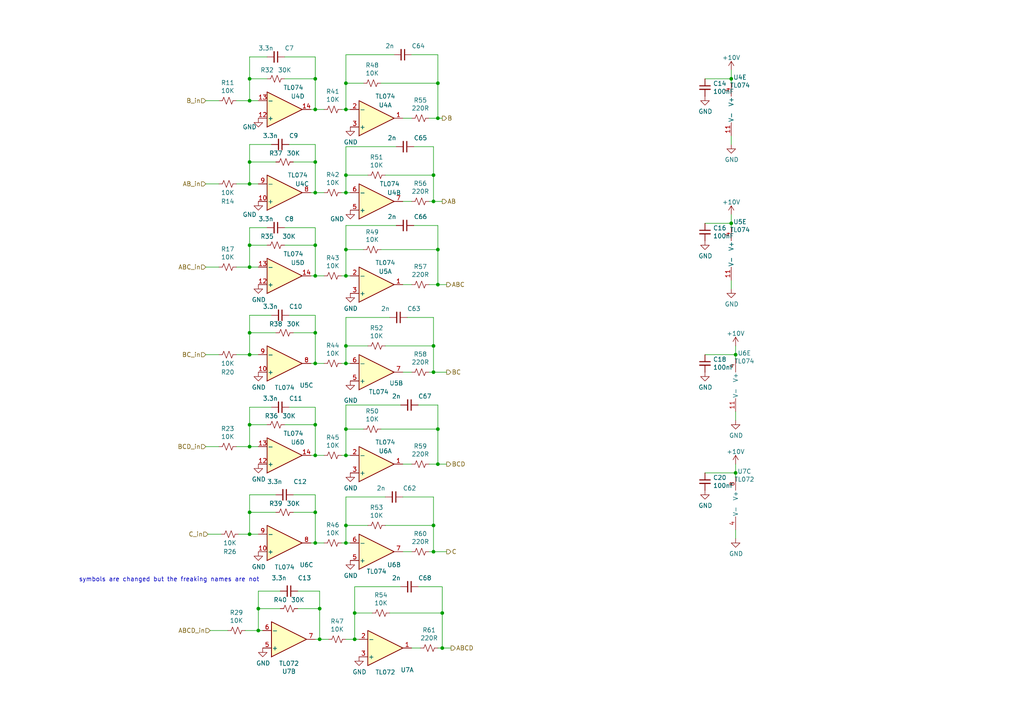
<source format=kicad_sch>
(kicad_sch (version 20211123) (generator eeschema)
  (paper "A4")
  (title_block (title "Bell's Theorem") (date "2022-01-16"))
  (lib_symbols
    (symbol "Amplifier_Operational:MCP6002-xSN" (pin_names (offset 0.127))
      (property "Reference" "U" (at 0 5.08 0))
      (property "Value" "MCP6002-xSN" (at 0 -5.08 0))
      (symbol "MCP6002-xSN_1_1"
        (polyline (pts (xy -5.08 5.08) (xy 5.08 0) (xy -5.08 -5.08) (xy -5.08 5.08)) (stroke (width 0.254)) (fill (type background)))
        (pin output line (at 7.62 0 180) (length 2.54) (name "~") (number "1"))
        (pin input line (at -7.62 -2.54 0) (length 2.54) (name "-") (number "2"))
        (pin input line (at -7.62 2.54 0) (length 2.54) (name "+") (number "3"))
      )
      (symbol "MCP6002-xSN_2_1"
        (polyline (pts (xy -5.08 5.08) (xy 5.08 0) (xy -5.08 -5.08) (xy -5.08 5.08)) (stroke (width 0.254)) (fill (type background)))
        (pin input line (at -7.62 2.54 0) (length 2.54) (name "+") (number "5"))
        (pin input line (at -7.62 -2.54 0) (length 2.54) (name "-") (number "6"))
        (pin output line (at 7.62 0 180) (length 2.54) (name "~") (number "7"))
      )
      (symbol "MCP6002-xSN_3_1"
        (pin power_in line (at -2.54 -7.62 90) (length 3.81) (name "V-") (number "4"))
        (pin power_in line (at -2.54 7.62 270) (length 3.81) (name "V+") (number "8"))
      )
    )
    (symbol "Amplifier_Operational:MCP6004" (pin_names (offset 0.127))
      (property "Reference" "U" (at 0 5.08 0))
      (property "Value" "MCP6004" (at 0 -5.08 0))
      (symbol "MCP6004_1_1"
        (polyline (pts (xy -5.08 5.08) (xy 5.08 0) (xy -5.08 -5.08) (xy -5.08 5.08)) (stroke (width 0.254)) (fill (type background)))
        (pin output line (at 7.62 0 180) (length 2.54) (name "~") (number "1"))
        (pin input line (at -7.62 -2.54 0) (length 2.54) (name "-") (number "2"))
        (pin input line (at -7.62 2.54 0) (length 2.54) (name "+") (number "3"))
      )
      (symbol "MCP6004_2_1"
        (polyline (pts (xy -5.08 5.08) (xy 5.08 0) (xy -5.08 -5.08) (xy -5.08 5.08)) (stroke (width 0.254)) (fill (type background)))
        (pin input line (at -7.62 2.54 0) (length 2.54) (name "+") (number "5"))
        (pin input line (at -7.62 -2.54 0) (length 2.54) (name "-") (number "6"))
        (pin output line (at 7.62 0 180) (length 2.54) (name "~") (number "7"))
      )
      (symbol "MCP6004_3_1"
        (polyline (pts (xy -5.08 5.08) (xy 5.08 0) (xy -5.08 -5.08) (xy -5.08 5.08)) (stroke (width 0.254)) (fill (type background)))
        (pin input line (at -7.62 2.54 0) (length 2.54) (name "+") (number "10"))
        (pin output line (at 7.62 0 180) (length 2.54) (name "~") (number "8"))
        (pin input line (at -7.62 -2.54 0) (length 2.54) (name "-") (number "9"))
      )
      (symbol "MCP6004_4_1"
        (polyline (pts (xy -5.08 5.08) (xy 5.08 0) (xy -5.08 -5.08) (xy -5.08 5.08)) (stroke (width 0.254)) (fill (type background)))
        (pin input line (at -7.62 2.54 0) (length 2.54) (name "+") (number "12"))
        (pin input line (at -7.62 -2.54 0) (length 2.54) (name "-") (number "13"))
        (pin output line (at 7.62 0 180) (length 2.54) (name "~") (number "14"))
      )
      (symbol "MCP6004_5_1"
        (pin power_in line (at -2.54 -7.62 90) (length 3.81) (name "V-") (number "11"))
        (pin power_in line (at -2.54 7.62 270) (length 3.81) (name "V+") (number "4"))
      )
    )
    (symbol "Device:C_Small" (pin_numbers hide) (pin_names (offset 0.254) hide)
      (property "Reference" "C" (at 0.254 1.778 0))
      (property "Value" "C_Small" (at 0.254 -2.032 0))
      (symbol "C_Small_0_1"
        (polyline (pts (xy -1.524 -0.508) (xy 1.524 -0.508)) (stroke (width 0.3302)))
        (polyline (pts (xy -1.524 0.508) (xy 1.524 0.508)) (stroke (width 0.3048)))
      )
      (symbol "C_Small_1_1"
        (pin passive line (at 0 2.54 270) (length 2.032) (name "~") (number "1"))
        (pin passive line (at 0 -2.54 90) (length 2.032) (name "~") (number "2"))
      )
    )
    (symbol "Device:R_Small_US" (pin_numbers hide) (pin_names (offset 0.254) hide)
      (property "Reference" "R" (at 0.762 0.508 0))
      (property "Value" "R_Small_US" (at 0.762 -1.016 0))
      (symbol "R_Small_US_1_1"
        (polyline (pts (xy 0 0) (xy 1.016 -0.381) (xy 0 -0.762) (xy -1.016 -1.143) (xy 0 -1.524)))
        (polyline (pts (xy 0 1.524) (xy 1.016 1.143) (xy 0 0.762) (xy -1.016 0.381) (xy 0 0)))
        (pin passive line (at 0 2.54 270) (length 1.016) (name "~") (number "1"))
        (pin passive line (at 0 -2.54 90) (length 1.016) (name "~") (number "2"))
      )
    )
    (symbol "power:+10V" (power) (pin_names (offset 0))
      (property "Value" "+10V" (at 0 3.556 0))
      (symbol "+10V_0_1"
        (polyline (pts (xy -0.762 1.27) (xy 0 2.54)))
        (polyline (pts (xy 0 0) (xy 0 2.54)))
        (polyline (pts (xy 0 2.54) (xy 0.762 1.27)))
      )
      (symbol "+10V_1_1"
        (pin power_in line (at 0 0 90) (length 0) hide (name "+10V") (number "1"))
      )
    )
    (symbol "power:GND" (power) (pin_names (offset 0))
      (property "Value" "GND" (at 0 -3.81 0))
      (symbol "GND_0_1"
        (polyline (pts (xy 0 0) (xy 0 -1.27) (xy 1.27 -1.27) (xy 0 -2.54) (xy -1.27 -1.27) (xy 0 -1.27)))
      )
      (symbol "GND_1_1"
        (pin power_in line (at 0 0 270) (length 0) hide (name "GND") (number "1"))
      )
    )
  )
  (junction (at 72.39 53.34))
  (junction (at 102.87 185.42))
  (junction (at 74.93 182.88))
  (junction (at 127 124.46))
  (junction (at 100.33 132.08))
  (junction (at 100.33 55.88))
  (junction (at 91.44 123.19))
  (junction (at 91.44 22.86))
  (junction (at 100.33 50.8))
  (junction (at 127 134.62))
  (junction (at 72.39 22.86))
  (junction (at 72.39 71.12))
  (junction (at 102.87 177.8))
  (junction (at 100.33 124.46))
  (junction (at 212.09 22.86))
  (junction (at 127 72.39))
  (junction (at 91.44 80.01))
  (junction (at 91.44 46.99))
  (junction (at 91.44 96.52))
  (junction (at 92.71 176.53))
  (junction (at 213.36 137.16))
  (junction (at 212.09 64.77))
  (junction (at 125.73 152.4))
  (junction (at 100.33 152.4))
  (junction (at 100.33 72.39))
  (junction (at 125.73 107.95))
  (junction (at 100.33 24.13))
  (junction (at 125.73 58.42))
  (junction (at 91.44 132.08))
  (junction (at 72.39 46.99))
  (junction (at 72.39 123.19))
  (junction (at 127 34.29))
  (junction (at 125.73 50.8))
  (junction (at 100.33 157.48))
  (junction (at 72.39 154.94))
  (junction (at 91.44 55.88))
  (junction (at 91.44 31.75))
  (junction (at 92.71 185.42))
  (junction (at 91.44 148.59))
  (junction (at 125.73 160.02))
  (junction (at 91.44 105.41))
  (junction (at 213.36 102.87))
  (junction (at 127 82.55))
  (junction (at 91.44 157.48))
  (junction (at 100.33 105.41))
  (junction (at 72.39 96.52))
  (junction (at 72.39 129.54))
  (junction (at 72.39 77.47))
  (junction (at 128.27 187.96))
  (junction (at 72.39 102.87))
  (junction (at 72.39 29.21))
  (junction (at 91.44 71.12))
  (junction (at 100.33 31.75))
  (junction (at 74.93 176.53))
  (junction (at 127 24.13))
  (junction (at 100.33 100.33))
  (junction (at 125.73 100.33))
  (junction (at 128.27 177.8))
  (junction (at 72.39 148.59))
  (junction (at 100.33 80.01))
  (wire (pts (xy 80.01 148.59) (xy 72.39 148.59)))
  (wire (pts (xy 71.12 182.88) (xy 74.93 182.88)))
  (wire (pts (xy 100.33 92.075) (xy 100.33 100.33)))
  (wire (pts (xy 99.06 80.01) (xy 100.33 80.01)))
  (wire (pts (xy 100.33 185.42) (xy 102.87 185.42)))
  (wire (pts (xy 91.44 46.99) (xy 91.44 55.88)))
  (wire (pts (xy 127 72.39) (xy 127 82.55)))
  (wire (pts (xy 91.44 96.52) (xy 91.44 105.41)))
  (wire (pts (xy 212.09 39.37) (xy 212.09 41.91)))
  (wire (pts (xy 83.82 41.91) (xy 91.44 41.91)))
  (wire (pts (xy 127 15.875) (xy 127 24.13)))
  (wire (pts (xy 90.17 157.48) (xy 91.44 157.48)))
  (wire (pts (xy 82.55 66.04) (xy 91.44 66.04)))
  (wire (pts (xy 90.17 31.75) (xy 91.44 31.75)))
  (wire (pts (xy 100.33 42.545) (xy 100.33 50.8)))
  (wire (pts (xy 107.95 177.8) (xy 102.87 177.8)))
  (wire (pts (xy 125.73 160.02) (xy 124.46 160.02)))
  (wire (pts (xy 68.58 77.47) (xy 72.39 77.47)))
  (wire (pts (xy 102.87 185.42) (xy 104.14 185.42)))
  (wire (pts (xy 212.09 62.23) (xy 212.09 64.77)))
  (wire (pts (xy 72.39 29.21) (xy 72.39 22.86)))
  (wire (pts (xy 204.47 102.87) (xy 213.36 102.87)))
  (wire (pts (xy 105.41 124.46) (xy 100.33 124.46)))
  (wire (pts (xy 72.39 91.44) (xy 72.39 96.52)))
  (wire (pts (xy 125.73 144.145) (xy 125.73 152.4)))
  (wire (pts (xy 92.71 171.45) (xy 92.71 176.53)))
  (wire (pts (xy 91.44 80.01) (xy 93.98 80.01)))
  (wire (pts (xy 125.73 107.95) (xy 124.46 107.95)))
  (wire (pts (xy 85.09 46.99) (xy 91.44 46.99)))
  (wire (pts (xy 213.36 119.38) (xy 213.36 121.92)))
  (wire (pts (xy 111.76 152.4) (xy 125.73 152.4)))
  (wire (pts (xy 91.44 148.59) (xy 91.44 157.48)))
  (wire (pts (xy 72.39 53.34) (xy 74.93 53.34)))
  (wire (pts (xy 127 82.55) (xy 124.46 82.55)))
  (wire (pts (xy 213.36 134.62) (xy 213.36 137.16)))
  (wire (pts (xy 91.44 91.44) (xy 91.44 96.52)))
  (wire (pts (xy 59.69 102.87) (xy 63.5 102.87)))
  (wire (pts (xy 91.44 31.75) (xy 93.98 31.75)))
  (wire (pts (xy 78.74 91.44) (xy 72.39 91.44)))
  (wire (pts (xy 74.93 182.88) (xy 76.2 182.88)))
  (wire (pts (xy 72.39 77.47) (xy 72.39 71.12)))
  (wire (pts (xy 59.69 53.34) (xy 63.5 53.34)))
  (wire (pts (xy 116.84 134.62) (xy 119.38 134.62)))
  (wire (pts (xy 212.09 81.28) (xy 212.09 83.82)))
  (wire (pts (xy 111.76 100.33) (xy 125.73 100.33)))
  (wire (pts (xy 83.82 118.11) (xy 91.44 118.11)))
  (wire (pts (xy 90.17 105.41) (xy 91.44 105.41)))
  (wire (pts (xy 92.71 185.42) (xy 95.25 185.42)))
  (wire (pts (xy 204.47 64.77) (xy 212.09 64.77)))
  (wire (pts (xy 213.36 137.16) (xy 213.36 138.43)))
  (wire (pts (xy 99.06 105.41) (xy 100.33 105.41)))
  (wire (pts (xy 86.36 176.53) (xy 92.71 176.53)))
  (wire (pts (xy 68.58 53.34) (xy 72.39 53.34)))
  (wire (pts (xy 204.47 137.16) (xy 213.36 137.16)))
  (wire (pts (xy 91.44 143.51) (xy 91.44 148.59)))
  (wire (pts (xy 90.17 55.88) (xy 91.44 55.88)))
  (wire (pts (xy 72.39 129.54) (xy 74.93 129.54)))
  (wire (pts (xy 127 124.46) (xy 127 134.62)))
  (wire (pts (xy 60.325 154.94) (xy 64.135 154.94)))
  (wire (pts (xy 125.73 92.075) (xy 125.73 100.33)))
  (wire (pts (xy 128.27 177.8) (xy 128.27 187.96)))
  (wire (pts (xy 116.84 144.145) (xy 125.73 144.145)))
  (wire (pts (xy 91.44 22.86) (xy 91.44 31.75)))
  (wire (pts (xy 116.205 170.18) (xy 102.87 170.18)))
  (wire (pts (xy 72.39 46.99) (xy 72.39 53.34)))
  (wire (pts (xy 72.39 143.51) (xy 72.39 148.59)))
  (wire (pts (xy 100.33 100.33) (xy 100.33 105.41)))
  (wire (pts (xy 72.39 41.91) (xy 72.39 46.99)))
  (wire (pts (xy 72.39 77.47) (xy 74.93 77.47)))
  (wire (pts (xy 213.36 153.67) (xy 213.36 156.21)))
  (wire (pts (xy 82.55 123.19) (xy 91.44 123.19)))
  (wire (pts (xy 119.38 15.875) (xy 127 15.875)))
  (wire (pts (xy 102.87 177.8) (xy 102.87 185.42)))
  (wire (pts (xy 120.015 42.545) (xy 125.73 42.545)))
  (wire (pts (xy 59.69 129.54) (xy 63.5 129.54)))
  (wire (pts (xy 113.03 177.8) (xy 128.27 177.8)))
  (wire (pts (xy 92.71 176.53) (xy 92.71 185.42)))
  (wire (pts (xy 82.55 16.51) (xy 91.44 16.51)))
  (wire (pts (xy 100.33 117.475) (xy 100.33 124.46)))
  (wire (pts (xy 116.84 82.55) (xy 119.38 82.55)))
  (wire (pts (xy 68.58 102.87) (xy 72.39 102.87)))
  (wire (pts (xy 105.41 72.39) (xy 100.33 72.39)))
  (wire (pts (xy 99.06 132.08) (xy 100.33 132.08)))
  (wire (pts (xy 100.33 80.01) (xy 101.6 80.01)))
  (wire (pts (xy 85.09 143.51) (xy 91.44 143.51)))
  (wire (pts (xy 212.09 64.77) (xy 212.09 66.04)))
  (wire (pts (xy 81.28 171.45) (xy 74.93 171.45)))
  (wire (pts (xy 213.36 102.87) (xy 213.36 104.14)))
  (wire (pts (xy 100.33 24.13) (xy 100.33 31.75)))
  (wire (pts (xy 106.68 100.33) (xy 100.33 100.33)))
  (wire (pts (xy 74.93 176.53) (xy 74.93 182.88)))
  (wire (pts (xy 106.68 152.4) (xy 100.33 152.4)))
  (wire (pts (xy 100.33 31.75) (xy 101.6 31.75)))
  (wire (pts (xy 82.55 22.86) (xy 91.44 22.86)))
  (wire (pts (xy 100.33 55.88) (xy 101.6 55.88)))
  (wire (pts (xy 113.03 92.075) (xy 100.33 92.075)))
  (wire (pts (xy 85.09 96.52) (xy 91.44 96.52)))
  (wire (pts (xy 106.68 50.8) (xy 100.33 50.8)))
  (wire (pts (xy 125.73 50.8) (xy 125.73 58.42)))
  (wire (pts (xy 116.84 34.29) (xy 119.38 34.29)))
  (wire (pts (xy 204.47 22.86) (xy 212.09 22.86)))
  (wire (pts (xy 91.44 55.88) (xy 93.98 55.88)))
  (wire (pts (xy 72.39 148.59) (xy 72.39 154.94)))
  (wire (pts (xy 74.93 171.45) (xy 74.93 176.53)))
  (wire (pts (xy 100.33 105.41) (xy 101.6 105.41)))
  (wire (pts (xy 110.49 124.46) (xy 127 124.46)))
  (wire (pts (xy 111.76 50.8) (xy 125.73 50.8)))
  (wire (pts (xy 99.06 157.48) (xy 100.33 157.48)))
  (wire (pts (xy 100.33 65.405) (xy 100.33 72.39)))
  (wire (pts (xy 91.44 66.04) (xy 91.44 71.12)))
  (wire (pts (xy 91.44 132.08) (xy 93.98 132.08)))
  (wire (pts (xy 114.935 42.545) (xy 100.33 42.545)))
  (wire (pts (xy 116.84 58.42) (xy 119.38 58.42)))
  (wire (pts (xy 80.01 143.51) (xy 72.39 143.51)))
  (wire (pts (xy 212.09 20.32) (xy 212.09 22.86)))
  (wire (pts (xy 72.39 29.21) (xy 74.93 29.21)))
  (wire (pts (xy 80.01 96.52) (xy 72.39 96.52)))
  (wire (pts (xy 90.17 80.01) (xy 91.44 80.01)))
  (wire (pts (xy 116.205 117.475) (xy 100.33 117.475)))
  (wire (pts (xy 72.39 118.11) (xy 72.39 123.19)))
  (wire (pts (xy 125.73 152.4) (xy 125.73 160.02)))
  (wire (pts (xy 102.87 170.18) (xy 102.87 177.8)))
  (wire (pts (xy 128.27 170.18) (xy 128.27 177.8)))
  (wire (pts (xy 212.09 22.86) (xy 212.09 24.13)))
  (wire (pts (xy 120.015 65.405) (xy 127 65.405)))
  (wire (pts (xy 111.76 144.145) (xy 100.33 144.145)))
  (wire (pts (xy 125.73 42.545) (xy 125.73 50.8)))
  (wire (pts (xy 78.74 41.91) (xy 72.39 41.91)))
  (wire (pts (xy 82.55 71.12) (xy 91.44 71.12)))
  (wire (pts (xy 125.73 100.33) (xy 125.73 107.95)))
  (wire (pts (xy 60.96 182.88) (xy 66.04 182.88)))
  (wire (pts (xy 59.69 77.47) (xy 63.5 77.47)))
  (wire (pts (xy 110.49 24.13) (xy 127 24.13)))
  (wire (pts (xy 128.27 58.42) (xy 125.73 58.42)))
  (wire (pts (xy 213.36 100.33) (xy 213.36 102.87)))
  (wire (pts (xy 127 65.405) (xy 127 72.39)))
  (wire (pts (xy 59.69 29.21) (xy 63.5 29.21)))
  (wire (pts (xy 100.33 157.48) (xy 101.6 157.48)))
  (wire (pts (xy 114.935 65.405) (xy 100.33 65.405)))
  (wire (pts (xy 72.39 123.19) (xy 77.47 123.19)))
  (wire (pts (xy 85.09 148.59) (xy 91.44 148.59)))
  (wire (pts (xy 91.44 118.11) (xy 91.44 123.19)))
  (wire (pts (xy 125.73 58.42) (xy 124.46 58.42)))
  (wire (pts (xy 91.44 123.19) (xy 91.44 132.08)))
  (wire (pts (xy 116.84 107.95) (xy 119.38 107.95)))
  (wire (pts (xy 119.38 187.96) (xy 121.92 187.96)))
  (wire (pts (xy 100.33 72.39) (xy 100.33 80.01)))
  (wire (pts (xy 129.54 107.95) (xy 125.73 107.95)))
  (wire (pts (xy 100.33 132.08) (xy 101.6 132.08)))
  (wire (pts (xy 127 134.62) (xy 124.46 134.62)))
  (wire (pts (xy 129.54 134.62) (xy 127 134.62)))
  (wire (pts (xy 72.39 22.86) (xy 77.47 22.86)))
  (wire (pts (xy 127 187.96) (xy 128.27 187.96)))
  (wire (pts (xy 81.28 176.53) (xy 74.93 176.53)))
  (wire (pts (xy 72.39 129.54) (xy 72.39 123.19)))
  (wire (pts (xy 68.58 129.54) (xy 72.39 129.54)))
  (wire (pts (xy 129.54 82.55) (xy 127 82.55)))
  (wire (pts (xy 116.84 160.02) (xy 119.38 160.02)))
  (wire (pts (xy 90.17 132.08) (xy 91.44 132.08)))
  (wire (pts (xy 77.47 66.04) (xy 72.39 66.04)))
  (wire (pts (xy 100.33 124.46) (xy 100.33 132.08)))
  (wire (pts (xy 127 34.29) (xy 124.46 34.29)))
  (wire (pts (xy 72.39 71.12) (xy 77.47 71.12)))
  (wire (pts (xy 68.58 29.21) (xy 72.39 29.21)))
  (wire (pts (xy 91.44 157.48) (xy 93.98 157.48)))
  (wire (pts (xy 127 24.13) (xy 127 34.29)))
  (wire (pts (xy 105.41 24.13) (xy 100.33 24.13)))
  (wire (pts (xy 72.39 96.52) (xy 72.39 102.87)))
  (wire (pts (xy 121.285 170.18) (xy 128.27 170.18)))
  (wire (pts (xy 114.3 15.875) (xy 100.33 15.875)))
  (wire (pts (xy 118.11 92.075) (xy 125.73 92.075)))
  (wire (pts (xy 72.39 102.87) (xy 74.93 102.87)))
  (wire (pts (xy 121.285 117.475) (xy 127 117.475)))
  (wire (pts (xy 72.39 16.51) (xy 72.39 22.86)))
  (wire (pts (xy 72.39 66.04) (xy 72.39 71.12)))
  (wire (pts (xy 91.44 71.12) (xy 91.44 80.01)))
  (wire (pts (xy 100.33 144.145) (xy 100.33 152.4)))
  (wire (pts (xy 99.06 31.75) (xy 100.33 31.75)))
  (wire (pts (xy 91.44 105.41) (xy 93.98 105.41)))
  (wire (pts (xy 92.71 185.42) (xy 91.44 185.42)))
  (wire (pts (xy 69.215 154.94) (xy 72.39 154.94)))
  (wire (pts (xy 100.33 50.8) (xy 100.33 55.88)))
  (wire (pts (xy 127 117.475) (xy 127 124.46)))
  (wire (pts (xy 78.74 118.11) (xy 72.39 118.11)))
  (wire (pts (xy 128.27 34.29) (xy 127 34.29)))
  (wire (pts (xy 110.49 72.39) (xy 127 72.39)))
  (wire (pts (xy 80.01 46.99) (xy 72.39 46.99)))
  (wire (pts (xy 91.44 16.51) (xy 91.44 22.86)))
  (wire (pts (xy 128.27 187.96) (xy 130.81 187.96)))
  (wire (pts (xy 129.54 160.02) (xy 125.73 160.02)))
  (wire (pts (xy 77.47 16.51) (xy 72.39 16.51)))
  (wire (pts (xy 100.33 15.875) (xy 100.33 24.13)))
  (wire (pts (xy 72.39 154.94) (xy 74.93 154.94)))
  (wire (pts (xy 86.36 171.45) (xy 92.71 171.45)))
  (wire (pts (xy 99.06 55.88) (xy 100.33 55.88)))
  (wire (pts (xy 91.44 41.91) (xy 91.44 46.99)))
  (wire (pts (xy 83.82 91.44) (xy 91.44 91.44)))
  (wire (pts (xy 100.33 152.4) (xy 100.33 157.48)))
  (text "symbols are changed but the freaking names are not" (at 22.86 168.91 0) (effects (font (size 1.27 1.27)) (justify left bottom)))
  (hierarchical_label "ABC_in" (shape input) (at 59.69 77.47 180))
  (hierarchical_label "AB_in" (shape input) (at 59.69 53.34 180))
  (hierarchical_label "B_in" (shape input) (at 59.69 29.21 180))
  (hierarchical_label "BCD" (shape output) (at 129.54 134.62 0))
  (hierarchical_label "BC_in" (shape input) (at 59.69 102.87 180))
  (hierarchical_label "BCD_in" (shape input) (at 59.69 129.54 180))
  (hierarchical_label "ABC" (shape output) (at 129.54 82.55 0))
  (hierarchical_label "C_in" (shape input) (at 60.325 154.94 180))
  (hierarchical_label "B" (shape output) (at 128.27 34.29 0))
  (hierarchical_label "ABCD" (shape output) (at 130.81 187.96 0))
  (hierarchical_label "C" (shape output) (at 129.54 160.02 0))
  (hierarchical_label "ABCD_in" (shape input) (at 60.96 182.88 180))
  (hierarchical_label "BC" (shape output) (at 129.54 107.95 0))
  (hierarchical_label "AB" (shape output) (at 128.27 58.42 0))
  (symbol (lib_id "Amplifier_Operational:MCP6004") (at 82.55 31.75 0) (mirror x) (unit 4)
    (property "Reference" "U4" (at 86.36 27.94 0))
    (property "Value" "TL074" (at 85.09 25.4 0))
    (property "Footprint" "Package_SO:SOIC-14_3.9x8.7mm_P1.27mm" (effects hide))
    (property "Datasheet" "http://ww1.microchip.com/downloads/en/DeviceDoc/21733j.pdf" (effects hide))
  )
  (symbol (lib_id "Amplifier_Operational:MCP6004") (at 82.55 55.88 0) (mirror x) (unit 3)
    (property "Reference" "U4" (at 87.63 53.34 0))
    (property "Value" "TL074" (at 86.36 50.8 0))
    (property "Footprint" "Package_SO:SOIC-14_3.9x8.7mm_P1.27mm" (effects hide))
    (property "Datasheet" "http://ww1.microchip.com/downloads/en/DeviceDoc/21733j.pdf" (effects hide))
  )
  (symbol (lib_id "Amplifier_Operational:MCP6004") (at 109.22 34.29 0) (mirror x) (unit 1)
    (property "Reference" "U4" (at 111.76 30.48 0))
    (property "Value" "TL074" (at 111.76 27.94 0))
    (property "Footprint" "Package_SO:SOIC-14_3.9x8.7mm_P1.27mm" (effects hide))
    (property "Datasheet" "http://ww1.microchip.com/downloads/en/DeviceDoc/21733j.pdf" (effects hide))
  )
  (symbol (lib_id "Amplifier_Operational:MCP6004") (at 109.22 58.42 0) (mirror x) (unit 2)
    (property "Reference" "U4" (at 114.3 55.88 0))
    (property "Value" "TL074" (at 113.03 53.34 0))
    (property "Footprint" "Package_SO:SOIC-14_3.9x8.7mm_P1.27mm" (effects hide))
    (property "Datasheet" "http://ww1.microchip.com/downloads/en/DeviceDoc/21733j.pdf" (effects hide))
  )
  (symbol (lib_id "Amplifier_Operational:MCP6002-xSN") (at 83.82 185.42 0) (mirror x) (unit 2)
    (property "Reference" "U7" (at 83.82 194.7418 0))
    (property "Value" "TL072" (at 83.82 192.4304 0))
    (property "Footprint" "Package_SO:SOIC-8_3.9x4.9mm_P1.27mm" (effects hide))
    (property "Datasheet" "http://ww1.microchip.com/downloads/en/DeviceDoc/21733j.pdf" (effects hide))
  )
  (symbol (lib_id "Amplifier_Operational:MCP6002-xSN") (at 111.76 187.96 0) (mirror x) (unit 1)
    (property "Reference" "U7" (at 118.11 194.31 0))
    (property "Value" "TL072" (at 111.76 194.9704 0))
    (property "Footprint" "Package_SO:SOIC-8_3.9x4.9mm_P1.27mm" (effects hide))
    (property "Datasheet" "http://ww1.microchip.com/downloads/en/DeviceDoc/21733j.pdf" (effects hide))
  )
  (symbol (lib_id "Amplifier_Operational:MCP6002-xSN") (at 215.9 146.05 0) (unit 3)
    (property "Reference" "U7" (at 215.9 136.7282 0))
    (property "Value" "TL072" (at 215.9 139.0396 0))
    (property "Footprint" "Package_SO:SOIC-8_3.9x4.9mm_P1.27mm" (effects hide))
    (property "Datasheet" "http://ww1.microchip.com/downloads/en/DeviceDoc/21733j.pdf" (effects hide))
  )
  (symbol (lib_id "power:GND") (at 76.2 187.96 0) (unit 1)
    (property "Reference" "#PWR028" (effects hide))
    (property "Value" "GND" (at 76.327 192.3542 0))
  )
  (symbol (lib_id "power:GND") (at 104.14 190.5 0) (unit 1)
    (property "Reference" "#PWR058" (effects hide))
    (property "Value" "GND" (at 104.267 194.8942 0))
  )
  (symbol (lib_id "Device:R_Small_US") (at 68.58 182.88 270) (unit 1)
    (property "Reference" "R29" (at 68.58 177.673 90))
    (property "Value" "10K" (at 68.58 179.9844 90))
    (property "Footprint" "Resistor_SMD:R_0805_2012Metric_Pad1.20x1.40mm_HandSolder" (effects hide))
  )
  (symbol (lib_id "Device:R_Small_US") (at 83.82 176.53 270) (unit 1)
    (property "Reference" "R40" (at 81.28 173.99 90))
    (property "Value" "30K" (at 86.36 173.99 90))
    (property "Footprint" "Resistor_SMD:R_0805_2012Metric_Pad1.20x1.40mm_HandSolder" (effects hide))
  )
  (symbol (lib_id "Device:R_Small_US") (at 97.79 185.42 270) (unit 1)
    (property "Reference" "R47" (at 97.79 180.213 90))
    (property "Value" "10K" (at 97.79 182.5244 90))
    (property "Footprint" "Resistor_SMD:R_0805_2012Metric_Pad1.20x1.40mm_HandSolder" (effects hide))
  )
  (symbol (lib_id "Device:R_Small_US") (at 110.49 177.8 270) (unit 1)
    (property "Reference" "R54" (at 110.49 172.593 90))
    (property "Value" "10K" (at 110.49 174.9044 90))
    (property "Footprint" "Resistor_SMD:R_0805_2012Metric_Pad1.20x1.40mm_HandSolder" (effects hide))
  )
  (symbol (lib_id "Device:R_Small_US") (at 124.46 187.96 270) (unit 1)
    (property "Reference" "R61" (at 124.46 182.753 90))
    (property "Value" "220R" (at 124.46 185.0644 90))
    (property "Footprint" "Resistor_SMD:R_0805_2012Metric_Pad1.20x1.40mm_HandSolder" (effects hide))
  )
  (symbol (lib_id "Amplifier_Operational:MCP6004") (at 214.63 31.75 0) (unit 5)
    (property "Reference" "U4" (at 214.63 22.4282 0))
    (property "Value" "TL074" (at 214.63 24.7396 0))
    (property "Footprint" "Package_SO:SOIC-14_3.9x8.7mm_P1.27mm" (effects hide))
    (property "Datasheet" "http://ww1.microchip.com/downloads/en/DeviceDoc/21733j.pdf" (effects hide))
  )
  (symbol (lib_id "Device:R_Small_US") (at 66.04 29.21 270) (unit 1)
    (property "Reference" "R11" (at 66.04 24.003 90))
    (property "Value" "10K" (at 66.04 26.3144 90))
    (property "Footprint" "Resistor_SMD:R_0805_2012Metric_Pad1.20x1.40mm_HandSolder" (effects hide))
  )
  (symbol (lib_id "Device:R_Small_US") (at 66.04 53.34 270) (unit 1)
    (property "Reference" "R14" (at 66.04 58.42 90))
    (property "Value" "10K" (at 66.04 55.88 90))
    (property "Footprint" "Resistor_SMD:R_0805_2012Metric_Pad1.20x1.40mm_HandSolder" (effects hide))
  )
  (symbol (lib_id "power:GND") (at 74.93 34.29 0) (unit 1)
    (property "Reference" "#PWR02" (effects hide))
    (property "Value" "GND" (at 72.39 36.83 0))
  )
  (symbol (lib_id "power:GND") (at 74.93 58.42 0) (unit 1)
    (property "Reference" "#PWR012" (effects hide))
    (property "Value" "GND" (at 72.39 62.23 0))
  )
  (symbol (lib_id "power:GND") (at 101.6 60.96 0) (unit 1)
    (property "Reference" "#PWR030" (effects hide))
    (property "Value" "GND" (at 97.79 63.5 0))
  )
  (symbol (lib_id "power:GND") (at 101.6 36.83 0) (unit 1)
    (property "Reference" "#PWR029" (effects hide))
    (property "Value" "GND" (at 101.727 41.2242 0))
  )
  (symbol (lib_id "Device:R_Small_US") (at 80.01 22.86 270) (unit 1)
    (property "Reference" "R32" (at 77.47 20.32 90))
    (property "Value" "30K" (at 82.55 20.32 90))
    (property "Footprint" "Resistor_SMD:R_0805_2012Metric_Pad1.20x1.40mm_HandSolder" (effects hide))
  )
  (symbol (lib_id "Device:R_Small_US") (at 96.52 31.75 270) (unit 1)
    (property "Reference" "R41" (at 96.52 26.543 90))
    (property "Value" "10K" (at 96.52 28.8544 90))
    (property "Footprint" "Resistor_SMD:R_0805_2012Metric_Pad1.20x1.40mm_HandSolder" (effects hide))
  )
  (symbol (lib_id "Device:R_Small_US") (at 107.95 24.13 270) (unit 1)
    (property "Reference" "R48" (at 107.95 18.923 90))
    (property "Value" "10K" (at 107.95 21.2344 90))
    (property "Footprint" "Resistor_SMD:R_0805_2012Metric_Pad1.20x1.40mm_HandSolder" (effects hide))
  )
  (symbol (lib_id "Device:R_Small_US") (at 82.55 46.99 270) (unit 1)
    (property "Reference" "R37" (at 80.01 44.45 90))
    (property "Value" "30K" (at 85.09 44.45 90))
    (property "Footprint" "Resistor_SMD:R_0805_2012Metric_Pad1.20x1.40mm_HandSolder" (effects hide))
  )
  (symbol (lib_id "Device:R_Small_US") (at 96.52 55.88 270) (unit 1)
    (property "Reference" "R42" (at 96.52 50.673 90))
    (property "Value" "10K" (at 96.52 52.9844 90))
    (property "Footprint" "Resistor_SMD:R_0805_2012Metric_Pad1.20x1.40mm_HandSolder" (effects hide))
  )
  (symbol (lib_id "Device:R_Small_US") (at 109.22 50.8 270) (unit 1)
    (property "Reference" "R51" (at 109.22 45.593 90))
    (property "Value" "10K" (at 109.22 47.9044 90))
    (property "Footprint" "Resistor_SMD:R_0805_2012Metric_Pad1.20x1.40mm_HandSolder" (effects hide))
  )
  (symbol (lib_id "Device:R_Small_US") (at 121.92 34.29 270) (unit 1)
    (property "Reference" "R55" (at 121.92 29.083 90))
    (property "Value" "220R" (at 121.92 31.3944 90))
    (property "Footprint" "Resistor_SMD:R_0805_2012Metric_Pad1.20x1.40mm_HandSolder" (effects hide))
  )
  (symbol (lib_id "Device:R_Small_US") (at 121.92 58.42 270) (unit 1)
    (property "Reference" "R56" (at 121.92 53.213 90))
    (property "Value" "220R" (at 121.92 55.5244 90))
    (property "Footprint" "Resistor_SMD:R_0805_2012Metric_Pad1.20x1.40mm_HandSolder" (effects hide))
  )
  (symbol (lib_id "Amplifier_Operational:MCP6004") (at 82.55 80.01 0) (mirror x) (unit 4)
    (property "Reference" "U5" (at 86.36 76.2 0))
    (property "Value" "TL074" (at 85.09 73.66 0))
    (property "Footprint" "Package_SO:SOIC-14_3.9x8.7mm_P1.27mm" (effects hide))
    (property "Datasheet" "http://ww1.microchip.com/downloads/en/DeviceDoc/21733j.pdf" (effects hide))
  )
  (symbol (lib_id "Amplifier_Operational:MCP6004") (at 82.55 105.41 0) (mirror x) (unit 3)
    (property "Reference" "U5" (at 88.9 111.76 0))
    (property "Value" "TL074" (at 82.55 112.4204 0))
    (property "Footprint" "Package_SO:SOIC-14_3.9x8.7mm_P1.27mm" (effects hide))
    (property "Datasheet" "http://ww1.microchip.com/downloads/en/DeviceDoc/21733j.pdf" (effects hide))
  )
  (symbol (lib_id "Amplifier_Operational:MCP6004") (at 109.22 82.55 0) (mirror x) (unit 1)
    (property "Reference" "U5" (at 111.76 78.74 0))
    (property "Value" "TL074" (at 111.76 76.2 0))
    (property "Footprint" "Package_SO:SOIC-14_3.9x8.7mm_P1.27mm" (effects hide))
    (property "Datasheet" "http://ww1.microchip.com/downloads/en/DeviceDoc/21733j.pdf" (effects hide))
  )
  (symbol (lib_id "Amplifier_Operational:MCP6004") (at 109.22 107.95 0) (mirror x) (unit 2)
    (property "Reference" "U5" (at 114.935 111.125 0))
    (property "Value" "TL074" (at 109.855 113.665 0))
    (property "Footprint" "Package_SO:SOIC-14_3.9x8.7mm_P1.27mm" (effects hide))
    (property "Datasheet" "http://ww1.microchip.com/downloads/en/DeviceDoc/21733j.pdf" (effects hide))
  )
  (symbol (lib_id "Device:R_Small_US") (at 66.04 77.47 270) (unit 1)
    (property "Reference" "R17" (at 66.04 72.263 90))
    (property "Value" "10K" (at 66.04 74.5744 90))
    (property "Footprint" "Resistor_SMD:R_0805_2012Metric_Pad1.20x1.40mm_HandSolder" (effects hide))
  )
  (symbol (lib_id "Device:R_Small_US") (at 66.04 102.87 270) (unit 1)
    (property "Reference" "R20" (at 66.04 107.95 90))
    (property "Value" "10K" (at 66.04 105.41 90))
    (property "Footprint" "Resistor_SMD:R_0805_2012Metric_Pad1.20x1.40mm_HandSolder" (effects hide))
  )
  (symbol (lib_id "power:GND") (at 74.93 82.55 0) (unit 1)
    (property "Reference" "#PWR013" (effects hide))
    (property "Value" "GND" (at 75.057 86.9442 0))
  )
  (symbol (lib_id "power:GND") (at 74.93 107.95 0) (unit 1)
    (property "Reference" "#PWR014" (effects hide))
    (property "Value" "GND" (at 75.057 112.3442 0))
  )
  (symbol (lib_id "power:GND") (at 101.6 110.49 0) (unit 1)
    (property "Reference" "#PWR049" (effects hide))
    (property "Value" "GND" (at 101.727 116.1542 0))
  )
  (symbol (lib_id "power:GND") (at 101.6 85.09 0) (unit 1)
    (property "Reference" "#PWR048" (effects hide))
    (property "Value" "GND" (at 101.727 89.4842 0))
  )
  (symbol (lib_id "Device:R_Small_US") (at 80.01 71.12 270) (unit 1)
    (property "Reference" "R35" (at 77.47 68.58 90))
    (property "Value" "30K" (at 83.82 68.58 90))
    (property "Footprint" "Resistor_SMD:R_0805_2012Metric_Pad1.20x1.40mm_HandSolder" (effects hide))
  )
  (symbol (lib_id "Device:R_Small_US") (at 96.52 80.01 270) (unit 1)
    (property "Reference" "R43" (at 96.52 74.803 90))
    (property "Value" "10K" (at 96.52 77.1144 90))
    (property "Footprint" "Resistor_SMD:R_0805_2012Metric_Pad1.20x1.40mm_HandSolder" (effects hide))
  )
  (symbol (lib_id "Device:R_Small_US") (at 107.95 72.39 270) (unit 1)
    (property "Reference" "R49" (at 107.95 67.31 90))
    (property "Value" "10K" (at 107.95 69.4944 90))
    (property "Footprint" "Resistor_SMD:R_0805_2012Metric_Pad1.20x1.40mm_HandSolder" (effects hide))
  )
  (symbol (lib_id "Device:R_Small_US") (at 82.55 96.52 270) (unit 1)
    (property "Reference" "R38" (at 80.01 93.98 90))
    (property "Value" "30K" (at 85.09 93.98 90))
    (property "Footprint" "Resistor_SMD:R_0805_2012Metric_Pad1.20x1.40mm_HandSolder" (effects hide))
  )
  (symbol (lib_id "Device:R_Small_US") (at 96.52 105.41 270) (unit 1)
    (property "Reference" "R44" (at 96.52 100.203 90))
    (property "Value" "10K" (at 96.52 102.5144 90))
    (property "Footprint" "Resistor_SMD:R_0805_2012Metric_Pad1.20x1.40mm_HandSolder" (effects hide))
  )
  (symbol (lib_id "Device:R_Small_US") (at 109.22 100.33 270) (unit 1)
    (property "Reference" "R52" (at 109.22 95.123 90))
    (property "Value" "10K" (at 109.22 97.4344 90))
    (property "Footprint" "Resistor_SMD:R_0805_2012Metric_Pad1.20x1.40mm_HandSolder" (effects hide))
  )
  (symbol (lib_id "Device:R_Small_US") (at 121.92 82.55 270) (unit 1)
    (property "Reference" "R57" (at 121.92 77.343 90))
    (property "Value" "220R" (at 121.92 79.6544 90))
    (property "Footprint" "Resistor_SMD:R_0805_2012Metric_Pad1.20x1.40mm_HandSolder" (effects hide))
  )
  (symbol (lib_id "Device:R_Small_US") (at 121.92 107.95 270) (unit 1)
    (property "Reference" "R58" (at 121.92 102.743 90))
    (property "Value" "220R" (at 121.92 105.0544 90))
    (property "Footprint" "Resistor_SMD:R_0805_2012Metric_Pad1.20x1.40mm_HandSolder" (effects hide))
  )
  (symbol (lib_id "Amplifier_Operational:MCP6004") (at 82.55 132.08 0) (mirror x) (unit 4)
    (property "Reference" "U6" (at 86.36 128.27 0))
    (property "Value" "TL074" (at 85.09 125.73 0))
    (property "Footprint" "Package_SO:SOIC-14_3.9x8.7mm_P1.27mm" (effects hide))
    (property "Datasheet" "http://ww1.microchip.com/downloads/en/DeviceDoc/21733j.pdf" (effects hide))
  )
  (symbol (lib_id "Amplifier_Operational:MCP6004") (at 82.55 157.48 0) (mirror x) (unit 3)
    (property "Reference" "U6" (at 88.9 163.83 0))
    (property "Value" "TL074" (at 82.55 164.4904 0))
    (property "Footprint" "Package_SO:SOIC-14_3.9x8.7mm_P1.27mm" (effects hide))
    (property "Datasheet" "http://ww1.microchip.com/downloads/en/DeviceDoc/21733j.pdf" (effects hide))
  )
  (symbol (lib_id "Amplifier_Operational:MCP6004") (at 109.22 134.62 0) (mirror x) (unit 1)
    (property "Reference" "U6" (at 111.76 130.81 0))
    (property "Value" "TL074" (at 111.76 128.27 0))
    (property "Footprint" "Package_SO:SOIC-14_3.9x8.7mm_P1.27mm" (effects hide))
    (property "Datasheet" "http://ww1.microchip.com/downloads/en/DeviceDoc/21733j.pdf" (effects hide))
  )
  (symbol (lib_id "Amplifier_Operational:MCP6004") (at 109.22 160.02 0) (mirror x) (unit 2)
    (property "Reference" "U6" (at 114.3 163.83 0))
    (property "Value" "TL074" (at 109.22 165.735 0))
    (property "Footprint" "Package_SO:SOIC-14_3.9x8.7mm_P1.27mm" (effects hide))
    (property "Datasheet" "http://ww1.microchip.com/downloads/en/DeviceDoc/21733j.pdf" (effects hide))
  )
  (symbol (lib_id "Device:R_Small_US") (at 66.04 129.54 270) (unit 1)
    (property "Reference" "R23" (at 66.04 124.333 90))
    (property "Value" "10K" (at 66.04 126.6444 90))
    (property "Footprint" "Resistor_SMD:R_0805_2012Metric_Pad1.20x1.40mm_HandSolder" (effects hide))
  )
  (symbol (lib_id "Device:R_Small_US") (at 66.675 154.94 270) (unit 1)
    (property "Reference" "R26" (at 66.675 160.02 90))
    (property "Value" "10K" (at 66.675 157.48 90))
    (property "Footprint" "Resistor_SMD:R_0805_2012Metric_Pad1.20x1.40mm_HandSolder" (effects hide))
  )
  (symbol (lib_id "power:GND") (at 74.93 134.62 0) (unit 1)
    (property "Reference" "#PWR015" (effects hide))
    (property "Value" "GND" (at 75.057 139.0142 0))
  )
  (symbol (lib_id "power:GND") (at 74.93 160.02 0) (unit 1)
    (property "Reference" "#PWR027" (effects hide))
    (property "Value" "GND" (at 75.057 164.4142 0))
  )
  (symbol (lib_id "power:GND") (at 101.6 162.56 0) (unit 1)
    (property "Reference" "#PWR057" (effects hide))
    (property "Value" "GND" (at 101.727 166.9542 0))
  )
  (symbol (lib_id "power:GND") (at 101.6 137.16 0) (unit 1)
    (property "Reference" "#PWR050" (effects hide))
    (property "Value" "GND" (at 101.727 141.5542 0))
  )
  (symbol (lib_id "Device:R_Small_US") (at 80.01 123.19 270) (unit 1)
    (property "Reference" "R36" (at 78.74 120.65 90))
    (property "Value" "30K" (at 83.82 120.65 90))
    (property "Footprint" "Resistor_SMD:R_0805_2012Metric_Pad1.20x1.40mm_HandSolder" (effects hide))
  )
  (symbol (lib_id "Device:R_Small_US") (at 96.52 132.08 270) (unit 1)
    (property "Reference" "R45" (at 96.52 126.873 90))
    (property "Value" "10K" (at 96.52 129.1844 90))
    (property "Footprint" "Resistor_SMD:R_0805_2012Metric_Pad1.20x1.40mm_HandSolder" (effects hide))
  )
  (symbol (lib_id "Device:R_Small_US") (at 107.95 124.46 270) (unit 1)
    (property "Reference" "R50" (at 107.95 119.253 90))
    (property "Value" "10K" (at 107.95 121.5644 90))
    (property "Footprint" "Resistor_SMD:R_0805_2012Metric_Pad1.20x1.40mm_HandSolder" (effects hide))
  )
  (symbol (lib_id "Device:R_Small_US") (at 82.55 148.59 270) (unit 1)
    (property "Reference" "R39" (at 80.01 146.05 90))
    (property "Value" "30K" (at 85.09 146.05 90))
    (property "Footprint" "Resistor_SMD:R_0805_2012Metric_Pad1.20x1.40mm_HandSolder" (effects hide))
  )
  (symbol (lib_id "Device:R_Small_US") (at 96.52 157.48 270) (unit 1)
    (property "Reference" "R46" (at 96.52 152.273 90))
    (property "Value" "10K" (at 96.52 154.5844 90))
    (property "Footprint" "Resistor_SMD:R_0805_2012Metric_Pad1.20x1.40mm_HandSolder" (effects hide))
  )
  (symbol (lib_id "Device:R_Small_US") (at 109.22 152.4 270) (unit 1)
    (property "Reference" "R53" (at 109.22 147.193 90))
    (property "Value" "10K" (at 109.22 149.5044 90))
    (property "Footprint" "Resistor_SMD:R_0805_2012Metric_Pad1.20x1.40mm_HandSolder" (effects hide))
  )
  (symbol (lib_id "Device:R_Small_US") (at 121.92 134.62 270) (unit 1)
    (property "Reference" "R59" (at 121.92 129.413 90))
    (property "Value" "220R" (at 121.92 131.7244 90))
    (property "Footprint" "Resistor_SMD:R_0805_2012Metric_Pad1.20x1.40mm_HandSolder" (effects hide))
  )
  (symbol (lib_id "Device:R_Small_US") (at 121.92 160.02 270) (unit 1)
    (property "Reference" "R60" (at 121.92 154.813 90))
    (property "Value" "220R" (at 121.92 157.1244 90))
    (property "Footprint" "Resistor_SMD:R_0805_2012Metric_Pad1.20x1.40mm_HandSolder" (effects hide))
  )
  (symbol (lib_id "Amplifier_Operational:MCP6004") (at 214.63 73.66 0) (unit 5)
    (property "Reference" "U5" (at 214.63 64.3382 0))
    (property "Value" "TL074" (at 214.63 66.6496 0))
    (property "Footprint" "Package_SO:SOIC-14_3.9x8.7mm_P1.27mm" (effects hide))
    (property "Datasheet" "http://ww1.microchip.com/downloads/en/DeviceDoc/21733j.pdf" (effects hide))
  )
  (symbol (lib_id "Amplifier_Operational:MCP6004") (at 215.9 111.76 0) (unit 5)
    (property "Reference" "U6" (at 215.9 102.4382 0))
    (property "Value" "TL074" (at 215.9 104.7496 0))
    (property "Footprint" "Package_SO:SOIC-14_3.9x8.7mm_P1.27mm" (effects hide))
    (property "Datasheet" "http://ww1.microchip.com/downloads/en/DeviceDoc/21733j.pdf" (effects hide))
  )
  (symbol (lib_id "Device:C_Small") (at 204.47 25.4 0) (unit 1)
    (property "Reference" "C14" (at 206.8068 24.2316 0) (effects (justify left)))
    (property "Value" "100nF" (at 206.8068 26.543 0) (effects (justify left)))
    (property "Footprint" "Capacitor_SMD:C_0805_2012Metric_Pad1.18x1.45mm_HandSolder" (effects hide))
  )
  (symbol (lib_id "Device:C_Small") (at 204.47 67.31 0) (unit 1)
    (property "Reference" "C16" (at 206.8068 66.1416 0) (effects (justify left)))
    (property "Value" "100nF" (at 206.8068 68.453 0) (effects (justify left)))
    (property "Footprint" "Capacitor_SMD:C_0805_2012Metric_Pad1.18x1.45mm_HandSolder" (effects hide))
  )
  (symbol (lib_id "Device:C_Small") (at 204.47 105.41 0) (unit 1)
    (property "Reference" "C18" (at 206.8068 104.2416 0) (effects (justify left)))
    (property "Value" "100nF" (at 206.8068 106.553 0) (effects (justify left)))
    (property "Footprint" "Capacitor_SMD:C_0805_2012Metric_Pad1.18x1.45mm_HandSolder" (effects hide))
  )
  (symbol (lib_id "Device:C_Small") (at 204.47 139.7 0) (unit 1)
    (property "Reference" "C20" (at 206.8068 138.5316 0) (effects (justify left)))
    (property "Value" "100nF" (at 206.8068 140.843 0) (effects (justify left)))
    (property "Footprint" "Capacitor_SMD:C_0805_2012Metric_Pad1.18x1.45mm_HandSolder" (effects hide))
  )
  (symbol (lib_id "power:GND") (at 204.47 27.94 0) (unit 1)
    (property "Reference" "#PWR063" (effects hide))
    (property "Value" "GND" (at 204.597 32.3342 0))
  )
  (symbol (lib_id "power:GND") (at 212.09 41.91 0) (unit 1)
    (property "Reference" "#PWR064" (effects hide))
    (property "Value" "GND" (at 212.217 46.3042 0))
  )
  (symbol (lib_id "power:GND") (at 204.47 69.85 0) (unit 1)
    (property "Reference" "#PWR069" (effects hide))
    (property "Value" "GND" (at 204.597 74.2442 0))
  )
  (symbol (lib_id "power:GND") (at 212.09 83.82 0) (unit 1)
    (property "Reference" "#PWR070" (effects hide))
    (property "Value" "GND" (at 212.217 88.2142 0))
  )
  (symbol (lib_id "power:GND") (at 204.47 107.95 0) (unit 1)
    (property "Reference" "#PWR076" (effects hide))
    (property "Value" "GND" (at 204.597 112.3442 0))
  )
  (symbol (lib_id "power:GND") (at 213.36 121.92 0) (unit 1)
    (property "Reference" "#PWR081" (effects hide))
    (property "Value" "GND" (at 213.487 126.3142 0))
  )
  (symbol (lib_id "power:GND") (at 204.47 142.24 0) (unit 1)
    (property "Reference" "#PWR089" (effects hide))
    (property "Value" "GND" (at 204.597 146.6342 0))
  )
  (symbol (lib_id "power:GND") (at 213.36 156.21 0) (unit 1)
    (property "Reference" "#PWR090" (effects hide))
    (property "Value" "GND" (at 213.487 160.6042 0))
  )
  (symbol (lib_id "Device:C_Small") (at 83.82 171.45 270) (unit 1)
    (property "Reference" "C13" (at 86.36 167.64 90) (effects (justify left)))
    (property "Value" "3.3n" (at 78.74 167.64 90) (effects (justify left)))
    (property "Footprint" "Capacitor_SMD:C_0805_2012Metric_Pad1.18x1.45mm_HandSolder" (effects hide))
  )
  (symbol (lib_id "Device:C_Small") (at 82.55 143.51 270) (unit 1)
    (property "Reference" "C12" (at 85.09 139.7 90) (effects (justify left)))
    (property "Value" "3.3n" (at 77.47 139.7 90) (effects (justify left)))
    (property "Footprint" "Capacitor_SMD:C_0805_2012Metric_Pad1.18x1.45mm_HandSolder" (effects hide))
  )
  (symbol (lib_id "Device:C_Small") (at 81.28 118.11 270) (unit 1)
    (property "Reference" "C11" (at 83.82 115.57 90) (effects (justify left)))
    (property "Value" "3.3n" (at 76.2 115.57 90) (effects (justify left)))
    (property "Footprint" "Capacitor_SMD:C_0805_2012Metric_Pad1.18x1.45mm_HandSolder" (effects hide))
  )
  (symbol (lib_id "Device:C_Small") (at 81.28 91.44 270) (unit 1)
    (property "Reference" "C10" (at 83.82 88.9 90) (effects (justify left)))
    (property "Value" "3.3n" (at 76.2 88.9 90) (effects (justify left)))
    (property "Footprint" "Capacitor_SMD:C_0805_2012Metric_Pad1.18x1.45mm_HandSolder" (effects hide))
  )
  (symbol (lib_id "Device:C_Small") (at 80.01 66.04 270) (unit 1)
    (property "Reference" "C8" (at 82.55 63.5 90) (effects (justify left)))
    (property "Value" "3.3n" (at 74.93 63.5 90) (effects (justify left)))
    (property "Footprint" "Capacitor_SMD:C_0805_2012Metric_Pad1.18x1.45mm_HandSolder" (effects hide))
  )
  (symbol (lib_id "Device:C_Small") (at 81.28 41.91 270) (unit 1)
    (property "Reference" "C9" (at 83.82 39.37 90) (effects (justify left)))
    (property "Value" "3.3n" (at 76.2 39.37 90) (effects (justify left)))
    (property "Footprint" "Capacitor_SMD:C_0805_2012Metric_Pad1.18x1.45mm_HandSolder" (effects hide))
  )
  (symbol (lib_id "Device:C_Small") (at 80.01 16.51 270) (unit 1)
    (property "Reference" "C7" (at 82.55 13.97 90) (effects (justify left)))
    (property "Value" "3.3n" (at 74.93 13.97 90) (effects (justify left)))
    (property "Footprint" "Capacitor_SMD:C_0805_2012Metric_Pad1.18x1.45mm_HandSolder" (effects hide))
  )
  (symbol (lib_id "Device:C_Small") (at 118.745 170.18 270) (unit 1)
    (property "Reference" "C68" (at 121.285 167.64 90) (effects (justify left)))
    (property "Value" "2n" (at 113.665 167.64 90) (effects (justify left)))
    (property "Footprint" "Capacitor_SMD:C_0805_2012Metric_Pad1.18x1.45mm_HandSolder" (effects hide))
  )
  (symbol (lib_id "Device:C_Small") (at 114.3 144.145 270) (unit 1)
    (property "Reference" "C62" (at 116.84 141.605 90) (effects (justify left)))
    (property "Value" "2n" (at 109.22 141.605 90) (effects (justify left)))
    (property "Footprint" "Capacitor_SMD:C_0805_2012Metric_Pad1.18x1.45mm_HandSolder" (effects hide))
  )
  (symbol (lib_id "Device:C_Small") (at 116.84 15.875 270) (unit 1)
    (property "Reference" "C64" (at 119.38 13.335 90) (effects (justify left)))
    (property "Value" "2n" (at 111.76 13.335 90) (effects (justify left)))
    (property "Footprint" "Capacitor_SMD:C_0805_2012Metric_Pad1.18x1.45mm_HandSolder" (effects hide))
  )
  (symbol (lib_id "Device:C_Small") (at 118.745 117.475 270) (unit 1)
    (property "Reference" "C67" (at 121.285 114.935 90) (effects (justify left)))
    (property "Value" "2n" (at 113.665 114.935 90) (effects (justify left)))
    (property "Footprint" "Capacitor_SMD:C_0805_2012Metric_Pad1.18x1.45mm_HandSolder" (effects hide))
  )
  (symbol (lib_id "power:+10V") (at 213.36 100.33 0) (unit 1)
    (property "Reference" "#PWR0140" (effects hide))
    (property "Value" "+10V" (at 213.36 96.7255 0))
  )
  (symbol (lib_id "Device:C_Small") (at 117.475 65.405 270) (unit 1)
    (property "Reference" "C66" (at 120.015 62.865 90) (effects (justify left)))
    (property "Value" "2n" (at 112.395 62.865 90) (effects (justify left)))
    (property "Footprint" "Capacitor_SMD:C_0805_2012Metric_Pad1.18x1.45mm_HandSolder" (effects hide))
  )
  (symbol (lib_id "power:+10V") (at 212.09 20.32 0) (unit 1)
    (property "Reference" "#PWR0124" (effects hide))
    (property "Value" "+10V" (at 212.09 16.7155 0))
  )
  (symbol (lib_id "power:+10V") (at 213.36 134.62 0) (unit 1)
    (property "Reference" "#PWR0142" (effects hide))
    (property "Value" "+10V" (at 213.36 131.0155 0))
  )
  (symbol (lib_id "Device:C_Small") (at 115.57 92.075 270) (unit 1)
    (property "Reference" "C63" (at 118.11 89.535 90) (effects (justify left)))
    (property "Value" "2n" (at 110.49 89.535 90) (effects (justify left)))
    (property "Footprint" "Capacitor_SMD:C_0805_2012Metric_Pad1.18x1.45mm_HandSolder" (effects hide))
  )
  (symbol (lib_id "power:+10V") (at 212.09 62.23 0) (unit 1)
    (property "Reference" "#PWR0126" (effects hide))
    (property "Value" "+10V" (at 212.09 58.6255 0))
  )
  (symbol (lib_id "Device:C_Small") (at 117.475 42.545 270) (unit 1)
    (property "Reference" "C65" (at 120.015 40.005 90) (effects (justify left)))
    (property "Value" "2n" (at 112.395 40.005 90) (effects (justify left)))
    (property "Footprint" "Capacitor_SMD:C_0805_2012Metric_Pad1.18x1.45mm_HandSolder" (effects hide))
  )
)
</source>
